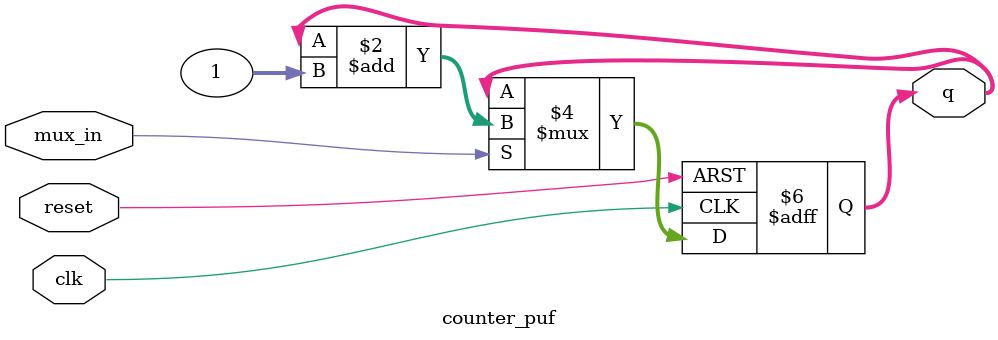
<source format=v>
`timescale 1ns / 1ps

module counter_puf #(parameter SIZE=32)(input mux_in,clk, reset,output reg [SIZE-1:0]q);
    
    always @ (posedge clk, posedge reset )
        if(reset)
            q <= 0;
        else begin
            if(mux_in)
                q <= q + 1;
            else q <= q;
        end
endmodule
</source>
